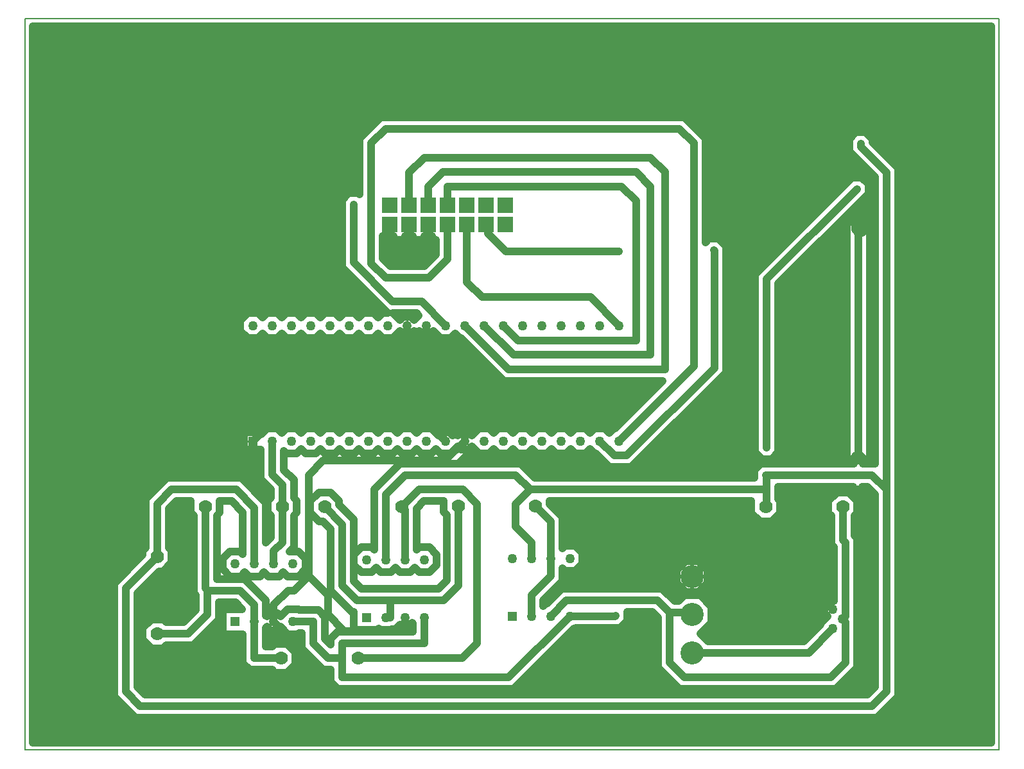
<source format=gbr>
G04 PROTEUS GERBER X2 FILE*
%TF.GenerationSoftware,Labcenter,Proteus,8.8-SP1-Build27031*%
%TF.CreationDate,2019-05-18T07:00:24+00:00*%
%TF.FileFunction,Copper,L2,Bot*%
%TF.FilePolarity,Positive*%
%TF.Part,Single*%
%TF.SameCoordinates,{a8659aba-65a4-4c0a-9c60-288927405768}*%
%FSLAX45Y45*%
%MOMM*%
G01*
%TA.AperFunction,Conductor*%
%ADD10C,1.016000*%
%TA.AperFunction,ViaPad*%
%ADD11C,0.762000*%
%TA.AperFunction,Conductor*%
%ADD12C,0.254000*%
%TA.AperFunction,ComponentPad*%
%ADD14R,1.270000X1.270000*%
%ADD15C,1.270000*%
%TA.AperFunction,ComponentPad*%
%ADD16R,2.032000X2.032000*%
%TA.AperFunction,ComponentPad*%
%ADD17C,3.048000*%
%TA.AperFunction,ComponentPad*%
%ADD18C,1.778000*%
%TA.AperFunction,Profile*%
%ADD19C,0.203200*%
%TD.AperFunction*%
G36*
X+7160940Y-8290940D02*
X-5480940Y-8290940D01*
X-5480940Y+1160940D01*
X+7160940Y+1160940D01*
X+7160940Y-8290940D01*
G37*
%LPC*%
G36*
X+3155762Y-82738D02*
X+3390899Y-317875D01*
X+3390899Y-1690155D01*
X+3436964Y-1644090D01*
X+3563216Y-1644090D01*
X+3660527Y-1741401D01*
X+3660527Y-3410940D01*
X+2413784Y-4657683D01*
X+2125159Y-4657683D01*
X+1945575Y-4478099D01*
X+1927614Y-4478099D01*
X+1869000Y-4419485D01*
X+1810386Y-4478099D01*
X+1673614Y-4478099D01*
X+1615000Y-4419485D01*
X+1556386Y-4478099D01*
X+1419614Y-4478099D01*
X+1361000Y-4419485D01*
X+1302386Y-4478099D01*
X+1165614Y-4478099D01*
X+1107000Y-4419485D01*
X+1048386Y-4478099D01*
X+911614Y-4478099D01*
X+853000Y-4419485D01*
X+794386Y-4478099D01*
X+657614Y-4478099D01*
X+599000Y-4419485D01*
X+540386Y-4478099D01*
X+403614Y-4478099D01*
X+309079Y-4383564D01*
X+265344Y-4427299D01*
X+170656Y-4427299D01*
X+126921Y-4383564D01*
X+32386Y-4478099D01*
X-104386Y-4478099D01*
X-163000Y-4419485D01*
X-221614Y-4478099D01*
X-358386Y-4478099D01*
X-417000Y-4419485D01*
X-475614Y-4478099D01*
X-612386Y-4478099D01*
X-671000Y-4419485D01*
X-729614Y-4478099D01*
X-866386Y-4478099D01*
X-925000Y-4419485D01*
X-983614Y-4478099D01*
X-1120386Y-4478099D01*
X-1179000Y-4419485D01*
X-1237614Y-4478099D01*
X-1374386Y-4478099D01*
X-1433000Y-4419485D01*
X-1491614Y-4478099D01*
X-1628386Y-4478099D01*
X-1687000Y-4419485D01*
X-1745614Y-4478099D01*
X-1882386Y-4478099D01*
X-1941000Y-4419485D01*
X-1999614Y-4478099D01*
X-2136386Y-4478099D01*
X-2169601Y-4444884D01*
X-2169601Y-4692375D01*
X-2035601Y-4826375D01*
X-2035601Y-5060993D01*
X-1997501Y-5099093D01*
X-1997501Y-5256907D01*
X-2035601Y-5295007D01*
X-2035601Y-5714625D01*
X-2089877Y-5768901D01*
X-1978614Y-5768901D01*
X-1881901Y-5865614D01*
X-1881901Y-6002386D01*
X-1978614Y-6099099D01*
X-2115386Y-6099099D01*
X-2174000Y-6040485D01*
X-2232614Y-6099099D01*
X-2369386Y-6099099D01*
X-2428000Y-6040485D01*
X-2486614Y-6099099D01*
X-2623386Y-6099099D01*
X-2682000Y-6040485D01*
X-2740614Y-6099099D01*
X-2877386Y-6099099D01*
X-2974099Y-6002386D01*
X-2974099Y-5865614D01*
X-2877386Y-5768901D01*
X-2740614Y-5768901D01*
X-2707399Y-5802116D01*
X-2707399Y-5255125D01*
X-2857125Y-5105399D01*
X-3013501Y-5105399D01*
X-3013501Y-5256907D01*
X-3051601Y-5295007D01*
X-3051601Y-6134101D01*
X-2682375Y-6134101D01*
X-2402601Y-6413875D01*
X-2402601Y-6614914D01*
X-2392079Y-6625436D01*
X-2348344Y-6581701D01*
X-2253656Y-6581701D01*
X-2209921Y-6625436D01*
X-2115386Y-6530901D01*
X-1978614Y-6530901D01*
X-1965914Y-6543601D01*
X-1714875Y-6543601D01*
X-1625601Y-6632875D01*
X-1625601Y-6921875D01*
X-1549399Y-6998077D01*
X-1549399Y-6921875D01*
X-1460125Y-6832601D01*
X-469399Y-6832601D01*
X-469399Y-6723086D01*
X-479921Y-6712564D01*
X-523656Y-6756299D01*
X-618344Y-6756299D01*
X-639560Y-6735084D01*
X-698875Y-6794399D01*
X-743914Y-6794399D01*
X-756614Y-6807099D01*
X-893386Y-6807099D01*
X-913901Y-6786584D01*
X-913901Y-6807099D01*
X-1244099Y-6807099D01*
X-1244099Y-6565899D01*
X-1269625Y-6565899D01*
X-1549399Y-6286125D01*
X-1549399Y-5475125D01*
X-1654025Y-5370499D01*
X-1707907Y-5370499D01*
X-1819499Y-5258907D01*
X-1819499Y-5101093D01*
X-1707907Y-4989501D01*
X-1550093Y-4989501D01*
X-1438501Y-5101093D01*
X-1438501Y-5154975D01*
X-1244601Y-5348875D01*
X-1244601Y-6159875D01*
X-1143375Y-6261101D01*
X-126625Y-6261101D01*
X-21399Y-6155875D01*
X-21399Y-5289007D01*
X-59499Y-5250907D01*
X-59499Y-5105399D01*
X-322875Y-5105399D01*
X-418601Y-5201125D01*
X-418601Y-5748116D01*
X-385386Y-5714901D01*
X-248614Y-5714901D01*
X-151901Y-5811614D01*
X-151901Y-5948386D01*
X-248614Y-6045099D01*
X-385386Y-6045099D01*
X-444000Y-5986485D01*
X-502614Y-6045099D01*
X-639386Y-6045099D01*
X-698000Y-5986485D01*
X-756614Y-6045099D01*
X-893386Y-6045099D01*
X-952000Y-5986485D01*
X-1010614Y-6045099D01*
X-1147386Y-6045099D01*
X-1244099Y-5948386D01*
X-1244099Y-5811614D01*
X-1147386Y-5714901D01*
X-1010614Y-5714901D01*
X-977399Y-5748116D01*
X-977399Y-4952875D01*
X-634625Y-4610101D01*
X+952125Y-4610101D01*
X+1142625Y-4800601D01*
X+4035601Y-4800601D01*
X+4035601Y-4699374D01*
X+4124874Y-4610101D01*
X+5348607Y-4610101D01*
X+5337027Y-4598521D01*
X+5337027Y-4540655D01*
X+5377944Y-4499738D01*
X+5435810Y-4499738D01*
X+5476727Y-4540655D01*
X+5476727Y-4598521D01*
X+5465147Y-4610101D01*
X+5626101Y-4610101D01*
X+5626101Y-830841D01*
X+5287601Y-492341D01*
X+5287601Y-326874D01*
X+5376874Y-237601D01*
X+5503126Y-237601D01*
X+5592399Y-326874D01*
X+5592399Y-366091D01*
X+5930899Y-704591D01*
X+5930899Y-7683125D01*
X+5651125Y-7962899D01*
X-4127125Y-7962899D01*
X-4406899Y-7683125D01*
X-4406899Y-6193375D01*
X-4028499Y-5814975D01*
X-4028499Y-5761093D01*
X-3990399Y-5722993D01*
X-3990399Y-5080375D01*
X-3710625Y-4800601D01*
X-2730875Y-4800601D01*
X-2402601Y-5128875D01*
X-2402601Y-5650577D01*
X-2340399Y-5588375D01*
X-2340399Y-5295007D01*
X-2378499Y-5256907D01*
X-2378499Y-5099093D01*
X-2340399Y-5060993D01*
X-2340399Y-4952625D01*
X-2474399Y-4818625D01*
X-2474399Y-4478099D01*
X-2741099Y-4478099D01*
X-2741099Y-4147901D01*
X-2626425Y-4147901D01*
X-2263125Y-3784601D01*
X-696399Y-3784601D01*
X-696399Y-2920884D01*
X-729614Y-2954099D01*
X-866386Y-2954099D01*
X-925000Y-2895485D01*
X-983614Y-2954099D01*
X-1120386Y-2954099D01*
X-1179000Y-2895485D01*
X-1237614Y-2954099D01*
X-1374386Y-2954099D01*
X-1433000Y-2895485D01*
X-1491614Y-2954099D01*
X-1628386Y-2954099D01*
X-1687000Y-2895485D01*
X-1745614Y-2954099D01*
X-1882386Y-2954099D01*
X-1941000Y-2895485D01*
X-1999614Y-2954099D01*
X-2136386Y-2954099D01*
X-2195000Y-2895485D01*
X-2253614Y-2954099D01*
X-2390386Y-2954099D01*
X-2449000Y-2895485D01*
X-2507614Y-2954099D01*
X-2644386Y-2954099D01*
X-2741099Y-2857386D01*
X-2741099Y-2720614D01*
X-2644386Y-2623901D01*
X-2507614Y-2623901D01*
X-2449000Y-2682515D01*
X-2390386Y-2623901D01*
X-2253614Y-2623901D01*
X-2195000Y-2682515D01*
X-2136386Y-2623901D01*
X-1999614Y-2623901D01*
X-1941000Y-2682515D01*
X-1882386Y-2623901D01*
X-1745614Y-2623901D01*
X-1687000Y-2682515D01*
X-1628386Y-2623901D01*
X-1491614Y-2623901D01*
X-1433000Y-2682515D01*
X-1374386Y-2623901D01*
X-1237614Y-2623901D01*
X-1179000Y-2682515D01*
X-1120386Y-2623901D01*
X-983614Y-2623901D01*
X-925000Y-2682515D01*
X-866386Y-2623901D01*
X-799221Y-2623901D01*
X-1402751Y-2020371D01*
X-1402751Y-1130514D01*
X-1313478Y-1041241D01*
X-1187226Y-1041241D01*
X-1168399Y-1060068D01*
X-1168399Y-317875D01*
X-888625Y-38101D01*
X+3111125Y-38101D01*
X+3155762Y-82738D01*
G37*
G36*
X+5541412Y-921526D02*
X+5541412Y-1047778D01*
X+4352399Y-2236791D01*
X+4352399Y-4463126D01*
X+4263126Y-4552399D01*
X+4136874Y-4552399D01*
X+4047601Y-4463126D01*
X+4047601Y-2110541D01*
X+5325888Y-832254D01*
X+5452140Y-832254D01*
X+5541412Y-921526D01*
G37*
G36*
X+5362034Y-1523997D02*
X+5362034Y-1466131D01*
X+5402951Y-1425214D01*
X+5460817Y-1425214D01*
X+5501734Y-1466131D01*
X+5501734Y-1523997D01*
X+5460817Y-1564914D01*
X+5402951Y-1564914D01*
X+5362034Y-1523997D01*
G37*
%LPD*%
G36*
X+7160940Y-8290940D02*
X-5480940Y-8290940D01*
X-5480940Y+1160940D01*
X+7160940Y+1160940D01*
X+7160940Y-8290940D01*
G37*
%LPC*%
G36*
X+3155762Y-82738D02*
X+3390899Y-317875D01*
X+3390899Y-1690155D01*
X+3436964Y-1644090D01*
X+3563216Y-1644090D01*
X+3660527Y-1741401D01*
X+3660527Y-3410940D01*
X+2413784Y-4657683D01*
X+2125159Y-4657683D01*
X+1945575Y-4478099D01*
X+1927614Y-4478099D01*
X+1869000Y-4419485D01*
X+1810386Y-4478099D01*
X+1673614Y-4478099D01*
X+1615000Y-4419485D01*
X+1556386Y-4478099D01*
X+1419614Y-4478099D01*
X+1361000Y-4419485D01*
X+1302386Y-4478099D01*
X+1165614Y-4478099D01*
X+1107000Y-4419485D01*
X+1048386Y-4478099D01*
X+911614Y-4478099D01*
X+853000Y-4419485D01*
X+794386Y-4478099D01*
X+657614Y-4478099D01*
X+599000Y-4419485D01*
X+540386Y-4478099D01*
X+403614Y-4478099D01*
X+345000Y-4419485D01*
X+286386Y-4478099D01*
X+268425Y-4478099D01*
X+136423Y-4610101D01*
X+952125Y-4610101D01*
X+1142625Y-4800601D01*
X+4035601Y-4800601D01*
X+4035601Y-4699374D01*
X+4124874Y-4610101D01*
X+5254478Y-4610101D01*
X+5254478Y-1456946D01*
X+5368758Y-1342666D01*
X+5495010Y-1342666D01*
X+5584282Y-1431938D01*
X+5584282Y-1558190D01*
X+5559276Y-1583196D01*
X+5559276Y-4610101D01*
X+5626101Y-4610101D01*
X+5626101Y-830841D01*
X+5287601Y-492341D01*
X+5287601Y-326874D01*
X+5376874Y-237601D01*
X+5503126Y-237601D01*
X+5592399Y-326874D01*
X+5592399Y-366091D01*
X+5930899Y-704591D01*
X+5930899Y-7683125D01*
X+5651125Y-7962899D01*
X-4127125Y-7962899D01*
X-4406899Y-7683125D01*
X-4406899Y-6193375D01*
X-4028499Y-5814975D01*
X-4028499Y-5761093D01*
X-3990399Y-5722993D01*
X-3990399Y-5080375D01*
X-3710625Y-4800601D01*
X-2730875Y-4800601D01*
X-2402601Y-5128875D01*
X-2402601Y-5650577D01*
X-2340399Y-5588375D01*
X-2340399Y-5295007D01*
X-2378499Y-5256907D01*
X-2378499Y-5099093D01*
X-2340399Y-5060993D01*
X-2340399Y-4952625D01*
X-2474399Y-4818625D01*
X-2474399Y-4427299D01*
X-2690299Y-4427299D01*
X-2690299Y-4198701D01*
X-2461701Y-4198701D01*
X-2461701Y-4219216D01*
X-2390386Y-4147901D01*
X-2253614Y-4147901D01*
X-2195000Y-4206515D01*
X-2136386Y-4147901D01*
X-1999614Y-4147901D01*
X-1941000Y-4206515D01*
X-1882386Y-4147901D01*
X-1745614Y-4147901D01*
X-1687000Y-4206515D01*
X-1628386Y-4147901D01*
X-1491614Y-4147901D01*
X-1433000Y-4206515D01*
X-1374386Y-4147901D01*
X-1237614Y-4147901D01*
X-1179000Y-4206515D01*
X-1120386Y-4147901D01*
X-983614Y-4147901D01*
X-925000Y-4206515D01*
X-866386Y-4147901D01*
X-729614Y-4147901D01*
X-671000Y-4206515D01*
X-612386Y-4147901D01*
X-475614Y-4147901D01*
X-417000Y-4206515D01*
X-358386Y-4147901D01*
X-221614Y-4147901D01*
X-127079Y-4242436D01*
X-83344Y-4198701D01*
X+11344Y-4198701D01*
X+55079Y-4242436D01*
X+65601Y-4231914D01*
X+65601Y-3873125D01*
X-442399Y-3365125D01*
X-442399Y-2870086D01*
X-452921Y-2859564D01*
X-496656Y-2903299D01*
X-591344Y-2903299D01*
X-635079Y-2859564D01*
X-729614Y-2954099D01*
X-866386Y-2954099D01*
X-925000Y-2895485D01*
X-983614Y-2954099D01*
X-1120386Y-2954099D01*
X-1179000Y-2895485D01*
X-1237614Y-2954099D01*
X-1374386Y-2954099D01*
X-1433000Y-2895485D01*
X-1491614Y-2954099D01*
X-1628386Y-2954099D01*
X-1687000Y-2895485D01*
X-1745614Y-2954099D01*
X-1882386Y-2954099D01*
X-1941000Y-2895485D01*
X-1999614Y-2954099D01*
X-2136386Y-2954099D01*
X-2195000Y-2895485D01*
X-2253614Y-2954099D01*
X-2390386Y-2954099D01*
X-2449000Y-2895485D01*
X-2507614Y-2954099D01*
X-2644386Y-2954099D01*
X-2741099Y-2857386D01*
X-2741099Y-2720614D01*
X-2644386Y-2623901D01*
X-2507614Y-2623901D01*
X-2449000Y-2682515D01*
X-2390386Y-2623901D01*
X-2253614Y-2623901D01*
X-2195000Y-2682515D01*
X-2136386Y-2623901D01*
X-1999614Y-2623901D01*
X-1941000Y-2682515D01*
X-1882386Y-2623901D01*
X-1745614Y-2623901D01*
X-1687000Y-2682515D01*
X-1628386Y-2623901D01*
X-1491614Y-2623901D01*
X-1433000Y-2682515D01*
X-1374386Y-2623901D01*
X-1237614Y-2623901D01*
X-1179000Y-2682515D01*
X-1120386Y-2623901D01*
X-983614Y-2623901D01*
X-925000Y-2682515D01*
X-866386Y-2623901D01*
X-799221Y-2623901D01*
X-1402751Y-2020371D01*
X-1402751Y-1130514D01*
X-1313478Y-1041241D01*
X-1187226Y-1041241D01*
X-1168399Y-1060068D01*
X-1168399Y-317875D01*
X-888625Y-38101D01*
X+3111125Y-38101D01*
X+3155762Y-82738D01*
G37*
G36*
X+5541412Y-921526D02*
X+5541412Y-1047778D01*
X+4352399Y-2236791D01*
X+4352399Y-4463126D01*
X+4263126Y-4552399D01*
X+4136874Y-4552399D01*
X+4047601Y-4463126D01*
X+4047601Y-2110541D01*
X+5325888Y-832254D01*
X+5452140Y-832254D01*
X+5541412Y-921526D01*
G37*
%LPD*%
G36*
X-212199Y-1658199D02*
X-161399Y-1658199D01*
X-161399Y-1850875D01*
X-317125Y-2006601D01*
X-762375Y-2006601D01*
X-863601Y-1905375D01*
X-863601Y-1607399D01*
X-720199Y-1607399D01*
X-720199Y-1658199D01*
X-313801Y-1658199D01*
X-313801Y-1607399D01*
X-212199Y-1607399D01*
X-212199Y-1658199D01*
G37*
G36*
X-104386Y-2954099D02*
X+32386Y-2954099D01*
X+91000Y-2895485D01*
X+149614Y-2954099D01*
X+167575Y-2954099D01*
X+731375Y-3517899D01*
X+2829577Y-3517899D01*
X+2199575Y-4147901D01*
X+2181614Y-4147901D01*
X+2123000Y-4206515D01*
X+2064386Y-4147901D01*
X+1927614Y-4147901D01*
X+1869000Y-4206515D01*
X+1810386Y-4147901D01*
X+1673614Y-4147901D01*
X+1615000Y-4206515D01*
X+1556386Y-4147901D01*
X+1419614Y-4147901D01*
X+1361000Y-4206515D01*
X+1302386Y-4147901D01*
X+1165614Y-4147901D01*
X+1107000Y-4206515D01*
X+1048386Y-4147901D01*
X+911614Y-4147901D01*
X+853000Y-4206515D01*
X+794386Y-4147901D01*
X+657614Y-4147901D01*
X+599000Y-4206515D01*
X+540386Y-4147901D01*
X+403614Y-4147901D01*
X+309079Y-4242436D01*
X+265344Y-4198701D01*
X+170656Y-4198701D01*
X+126921Y-4242436D01*
X+32386Y-4147901D01*
X+14425Y-4147901D01*
X-348875Y-3784601D01*
X-391601Y-3784601D01*
X-391601Y-2870086D01*
X-381079Y-2859564D01*
X-337344Y-2903299D01*
X-242656Y-2903299D01*
X-198921Y-2859564D01*
X-104386Y-2954099D01*
G37*
G36*
X+5626101Y-5016125D02*
X+5626101Y-7556875D01*
X+5524875Y-7658101D01*
X-4000875Y-7658101D01*
X-4102101Y-7556875D01*
X-4102101Y-6319625D01*
X-3812975Y-6030499D01*
X-3759093Y-6030499D01*
X-3647501Y-5918907D01*
X-3647501Y-5761093D01*
X-3685601Y-5722993D01*
X-3685601Y-5206625D01*
X-3584375Y-5105399D01*
X-3394499Y-5105399D01*
X-3394499Y-5256907D01*
X-3356399Y-5295007D01*
X-3356399Y-6320625D01*
X-3327399Y-6349625D01*
X-3327399Y-6540875D01*
X-3490125Y-6703601D01*
X-3720993Y-6703601D01*
X-3759093Y-6665501D01*
X-3916907Y-6665501D01*
X-4028499Y-6777093D01*
X-4028499Y-6934907D01*
X-3916907Y-7046499D01*
X-3759093Y-7046499D01*
X-3720993Y-7008399D01*
X-3363875Y-7008399D01*
X-3022601Y-6667125D01*
X-3022601Y-6438899D01*
X-2808625Y-6438899D01*
X-2716623Y-6530901D01*
X-2974099Y-6530901D01*
X-2974099Y-6861099D01*
X-2707399Y-6861099D01*
X-2707399Y-7243125D01*
X-2618125Y-7332399D01*
X-2324007Y-7332399D01*
X-2285907Y-7370499D01*
X-2128093Y-7370499D01*
X-2016501Y-7258907D01*
X-2016501Y-7101093D01*
X-2128093Y-6989501D01*
X-2285907Y-6989501D01*
X-2324007Y-7027601D01*
X-2402601Y-7027601D01*
X-2402601Y-6777086D01*
X-2392079Y-6766564D01*
X-2348344Y-6810299D01*
X-2253656Y-6810299D01*
X-2209921Y-6766564D01*
X-2115386Y-6861099D01*
X-1978614Y-6861099D01*
X-1965914Y-6848399D01*
X-1930399Y-6848399D01*
X-1930399Y-7048125D01*
X-1650625Y-7327899D01*
X-1549399Y-7327899D01*
X-1549399Y-7492625D01*
X-1460125Y-7581899D01*
X+859625Y-7581899D01*
X+1653425Y-6788099D01*
X+1671386Y-6788099D01*
X+1684086Y-6775399D01*
X+2265373Y-6775399D01*
X+2358374Y-6682398D01*
X+2358374Y-6565899D01*
X+2692775Y-6565899D01*
X+2768601Y-6641726D01*
X+2768601Y-7302125D01*
X+3048375Y-7581899D01*
X+5108725Y-7581899D01*
X+5388499Y-7302125D01*
X+5388499Y-5588375D01*
X+5356399Y-5556275D01*
X+5356399Y-5300007D01*
X+5394499Y-5261907D01*
X+5394499Y-5104093D01*
X+5282907Y-4992501D01*
X+5125093Y-4992501D01*
X+5013501Y-5104093D01*
X+5013501Y-5261907D01*
X+5051601Y-5300007D01*
X+5051601Y-5682525D01*
X+5083701Y-5714625D01*
X+5083701Y-6419701D01*
X+5023656Y-6419701D01*
X+4956701Y-6486656D01*
X+4956701Y-6581344D01*
X+5000436Y-6625079D01*
X+4905901Y-6719614D01*
X+4905901Y-6737575D01*
X+4690115Y-6953361D01*
X+3424810Y-6953361D01*
X+3327019Y-6855570D01*
X+3471999Y-6710590D01*
X+3471999Y-6500170D01*
X+3323210Y-6351381D01*
X+3112790Y-6351381D01*
X+3037970Y-6426201D01*
X+2984125Y-6426201D01*
X+2819025Y-6261101D01*
X+1495375Y-6261101D01*
X+1298575Y-6457901D01*
X+1280614Y-6457901D01*
X+1247399Y-6491116D01*
X+1247399Y-6413125D01*
X+1501399Y-6159125D01*
X+1501399Y-5992884D01*
X+1534614Y-6026099D01*
X+1671386Y-6026099D01*
X+1768099Y-5929386D01*
X+1768099Y-5792614D01*
X+1671386Y-5695901D01*
X+1534614Y-5695901D01*
X+1501399Y-5729116D01*
X+1501399Y-5310875D01*
X+1337499Y-5146975D01*
X+1337499Y-5105399D01*
X+3997501Y-5105399D01*
X+3997501Y-5261907D01*
X+4109093Y-5373499D01*
X+4266907Y-5373499D01*
X+4378499Y-5261907D01*
X+4378499Y-5104093D01*
X+4352399Y-5077993D01*
X+4352399Y-4914899D01*
X+5336818Y-4914899D01*
X+5327650Y-4924067D01*
X+5327650Y-4981933D01*
X+5368567Y-5022850D01*
X+5426433Y-5022850D01*
X+5467350Y-4981933D01*
X+5467350Y-4924067D01*
X+5458182Y-4914899D01*
X+5524875Y-4914899D01*
X+5626101Y-5016125D01*
G37*
%LPC*%
G36*
X+3133832Y-5901801D02*
X+3302168Y-5901801D01*
X+3421199Y-6020832D01*
X+3421199Y-6189168D01*
X+3302168Y-6308199D01*
X+3133832Y-6308199D01*
X+3014801Y-6189168D01*
X+3014801Y-6020832D01*
X+3133832Y-5901801D01*
G37*
%LPD*%
G36*
X-466199Y-1625601D02*
X-567801Y-1625601D01*
X-567801Y-1607399D01*
X-466199Y-1607399D01*
X-466199Y-1625601D01*
G37*
G36*
X-387504Y-2653020D02*
X-452921Y-2718436D01*
X-496656Y-2674701D01*
X-591344Y-2674701D01*
X-635079Y-2718436D01*
X-729439Y-2624076D01*
X-416448Y-2624076D01*
X-387504Y-2653020D01*
G37*
D10*
X-263000Y-1201000D02*
X-263000Y-952500D01*
X-72500Y-762000D01*
X+2476500Y-762000D01*
X+2667000Y-952500D01*
X+2667000Y-3175000D01*
X+858000Y-3175000D01*
X+472000Y-2789000D01*
X+218000Y-2789000D02*
X+794500Y-3365500D01*
X+2857500Y-3365500D01*
X+2857500Y-762000D01*
X+2667000Y-571500D01*
X-317500Y-571500D01*
X-517000Y-771000D01*
X-517000Y-1201000D01*
X+2250000Y-2789000D02*
X+1874000Y-2413000D01*
X+444500Y-2413000D01*
X+245000Y-2213500D01*
X+245000Y-1455000D01*
X+2250000Y-4313000D02*
X+3238500Y-3324500D01*
X+3238500Y-381000D01*
X+3048000Y-190500D01*
X-825500Y-190500D01*
X-1016000Y-381000D01*
X-1016000Y-1968500D01*
X-825500Y-2159000D01*
X-254000Y-2159000D01*
X-9000Y-1914000D01*
X-9000Y-1455000D01*
X-9000Y-1201000D02*
X-9000Y-952500D01*
X+2286000Y-952500D01*
X+2476500Y-1143000D01*
X+2476500Y-2984500D01*
X+921500Y-2984500D01*
X+726000Y-2789000D01*
X-2188000Y-5178000D02*
X-2188000Y-4889500D01*
X-2322000Y-4755500D01*
X-2322000Y-4313000D01*
X-2188000Y-5178000D02*
X-2188000Y-5651500D01*
X-2301000Y-5764500D01*
X-2301000Y-5934000D01*
X+1079500Y-4953000D02*
X+889000Y-4762500D01*
X-571500Y-4762500D01*
X-825000Y-5016000D01*
X-825000Y-5880000D01*
X+1079500Y-4953000D02*
X+889000Y-5143500D01*
X+889000Y-5445500D01*
X+1095000Y-5651500D01*
X+1095000Y-5861000D01*
X-3838000Y-5840000D02*
X-3838000Y-5143500D01*
X-3647500Y-4953000D01*
X-2794000Y-4953000D01*
X-2555000Y-5192000D01*
X-2555000Y-5934000D01*
X+4200000Y-4953000D02*
X+1079500Y-4953000D01*
X+4200000Y-4953000D02*
X+4200000Y-5183000D01*
X+4188000Y-5183000D01*
X+4200000Y-4762500D02*
X+4200000Y-4953000D01*
X+4200000Y-4762500D02*
X+4188000Y-4762500D01*
X+2921000Y-6578600D02*
X+2755900Y-6413500D01*
X+1558500Y-6413500D01*
X+1349000Y-6623000D01*
X+5198000Y-6661000D02*
X+5236100Y-6699100D01*
X+5236100Y-7239000D01*
X+5045600Y-7429500D01*
X+3111500Y-7429500D01*
X+2921000Y-7239000D01*
X+2921000Y-6578600D01*
X+3111500Y-6578600D02*
X+2921000Y-6578600D01*
X+5198000Y-6661000D02*
X+5236100Y-6622900D01*
X+5236100Y-5651500D01*
X+5204000Y-5619400D01*
X+5204000Y-5183000D01*
X+3111500Y-6578600D02*
X+3218000Y-6578600D01*
X+3218000Y-6605380D01*
X+1349000Y-5861000D02*
X+1349000Y-6096000D01*
X+1095000Y-6350000D01*
X+1095000Y-6623000D01*
X+1349000Y-5861000D02*
X+1349000Y-5374000D01*
X+1147000Y-5172000D01*
X-762000Y-6413500D02*
X-63500Y-6413500D01*
X+131000Y-6219000D01*
X+131000Y-5172000D01*
X-762000Y-6413500D02*
X-1206500Y-6413500D01*
X-1397000Y-6223000D01*
X-1397000Y-5412000D01*
X-1629000Y-5180000D01*
X-762000Y-6604000D02*
X-762000Y-6413500D01*
X-762000Y-6604000D02*
X-762000Y-6642000D01*
X-825000Y-6642000D01*
X-613000Y-5180000D02*
X-386000Y-4953000D01*
X+190500Y-4953000D01*
X+381000Y-5143500D01*
X+381000Y-6985000D01*
X+186000Y-7180000D01*
X-1191000Y-7180000D01*
X-613000Y-5180000D02*
X-571000Y-5222000D01*
X-571000Y-5880000D01*
X-3175000Y-6286500D02*
X-3175000Y-6604000D01*
X-3427000Y-6856000D01*
X-3838000Y-6856000D01*
X-2555000Y-6696000D02*
X-2555000Y-7180000D01*
X-2207000Y-7180000D01*
X-2555000Y-6696000D02*
X-2555000Y-6477000D01*
X-2745500Y-6286500D01*
X-3175000Y-6286500D01*
X-3204000Y-6257500D01*
X-3204000Y-5178000D01*
X+3218000Y-7105760D02*
X+4753240Y-7105760D01*
X+5071000Y-6788000D01*
X-1397000Y-7175500D02*
X-1397000Y-7429500D01*
X+796500Y-7429500D01*
X+1603000Y-6623000D01*
X-1397000Y-7175500D02*
X-1397000Y-6985000D01*
X-317000Y-6985000D01*
X-317000Y-6642000D01*
X-1397000Y-7175500D02*
X-1587500Y-7175500D01*
X-1778000Y-6985000D01*
X-1778000Y-6696000D01*
X-2047000Y-6696000D01*
X+218000Y-4313000D02*
X+218000Y-3810000D01*
X-290000Y-3302000D01*
X-290000Y-2789000D01*
X-317500Y-1778000D02*
X-771000Y-1778000D01*
X-771000Y-1455000D01*
X-317500Y-1778000D02*
X-263000Y-1723500D01*
X-263000Y-1455000D01*
X+218000Y-4313000D02*
X-41000Y-4572000D01*
X-1651000Y-4572000D01*
X-1841500Y-4762500D01*
X-1841500Y-6096000D01*
X+4381500Y-5651500D02*
X+4381500Y-5844500D01*
X+5071000Y-6534000D01*
X-1841500Y-6096000D02*
X-1587500Y-6350000D01*
X-1587500Y-6604000D01*
X-1371650Y-6819850D01*
X-634500Y-6819850D01*
X-571000Y-6756350D01*
X-571000Y-6642000D01*
X+4381500Y-5651500D02*
X+3671500Y-5651500D01*
X+3218000Y-6105000D01*
X-2301000Y-6696000D02*
X-2301000Y-6477000D01*
X-2110500Y-6286500D01*
X-2032000Y-6286500D01*
X-1841500Y-6096000D01*
X-544000Y-2789000D02*
X-544000Y-3909500D01*
X-571500Y-3937000D01*
X-544000Y-3937000D02*
X-412000Y-3937000D01*
X-36000Y-4313000D01*
X-571500Y-3937000D02*
X-2200000Y-3937000D01*
X-2576000Y-4313000D01*
X-571500Y-3937000D02*
X-544000Y-3937000D01*
X-1250352Y-1193640D02*
X-1250352Y-1957246D01*
X-735921Y-2471677D01*
X-607314Y-2471677D01*
X-353323Y-2471677D01*
X-36000Y-2789000D01*
X+1996000Y-4313000D02*
X+2188284Y-4505284D01*
X+2350659Y-4505284D01*
X+3508128Y-3347815D01*
X+3508128Y-1804526D01*
X+3500090Y-1796488D01*
X+2246166Y-1812564D02*
X+759142Y-1812564D01*
X+520000Y-1573422D01*
X+520000Y-1556600D01*
X+499000Y-1455000D01*
X-2301000Y-6696000D02*
X-1968500Y-7028500D01*
X-1968500Y-7429500D01*
X-1778000Y-7620000D01*
X+5207000Y-7620000D01*
X+5397500Y-7429500D01*
X+5397500Y-4953000D01*
X+4572000Y-4953000D01*
X+4381500Y-5143500D01*
X+4381500Y-5651500D01*
X+5406877Y-4569588D02*
X+5406877Y-1520071D01*
X+5431884Y-1495064D01*
X+1603000Y-6623000D02*
X+2202248Y-6623000D01*
X+2205976Y-6619272D01*
X+4200000Y-4400000D02*
X+4200000Y-2173666D01*
X+5389014Y-984652D01*
X-3838000Y-5840000D02*
X-4254500Y-6256500D01*
X-4254500Y-7620000D01*
X-4064000Y-7810500D01*
X+5588000Y-7810500D01*
X+5778500Y-7620000D01*
X+5778500Y-4953000D01*
X+5588000Y-4762500D01*
X+4200000Y-4762500D01*
X+5778500Y-4953000D02*
X+5778500Y-767716D01*
X+5440000Y-429216D01*
X+5440000Y-390000D01*
D11*
X-1250352Y-1193640D03*
X+3500090Y-1796488D03*
X+2246166Y-1812564D03*
X+5397500Y-4953000D03*
X+5406877Y-4569588D03*
X+2205976Y-6619272D03*
X+4200000Y-4400000D03*
X+5389014Y-984652D03*
X+5431884Y-1495064D03*
X+5440000Y-390000D03*
D10*
X+7160940Y-8290940D02*
X-5480940Y-8290940D01*
X-5480940Y+1160940D01*
X+7160940Y+1160940D01*
X+7160940Y-8290940D01*
X+3155762Y-82738D02*
X+3390899Y-317875D01*
X+3390899Y-1690155D01*
X+3436964Y-1644090D01*
X+3563216Y-1644090D01*
X+3660527Y-1741401D01*
X+3660527Y-3410940D01*
X+2413784Y-4657683D01*
X+2125159Y-4657683D01*
X+1945575Y-4478099D01*
X+1927614Y-4478099D01*
X+1869000Y-4419485D01*
X+1810386Y-4478099D01*
X+1673614Y-4478099D01*
X+1615000Y-4419485D01*
X+1556386Y-4478099D01*
X+1419614Y-4478099D01*
X+1361000Y-4419485D01*
X+1302386Y-4478099D01*
X+1165614Y-4478099D01*
X+1107000Y-4419485D01*
X+1048386Y-4478099D01*
X+911614Y-4478099D01*
X+853000Y-4419485D01*
X+794386Y-4478099D01*
X+657614Y-4478099D01*
X+599000Y-4419485D01*
X+540386Y-4478099D01*
X+403614Y-4478099D01*
X+309079Y-4383564D01*
X+265344Y-4427299D01*
X+170656Y-4427299D01*
X+126921Y-4383564D01*
X+32386Y-4478099D01*
X-104386Y-4478099D01*
X-163000Y-4419485D01*
X-221614Y-4478099D01*
X-358386Y-4478099D01*
X-417000Y-4419485D01*
X-475614Y-4478099D01*
X-612386Y-4478099D01*
X-671000Y-4419485D01*
X-729614Y-4478099D01*
X-866386Y-4478099D01*
X-925000Y-4419485D01*
X-983614Y-4478099D01*
X-1120386Y-4478099D01*
X-1179000Y-4419485D01*
X-1237614Y-4478099D01*
X-1374386Y-4478099D01*
X-1433000Y-4419485D01*
X-1491614Y-4478099D01*
X-1628386Y-4478099D01*
X-1687000Y-4419485D01*
X-1745614Y-4478099D01*
X-1882386Y-4478099D01*
X-1941000Y-4419485D01*
X-1999614Y-4478099D01*
X-2136386Y-4478099D01*
X-2169601Y-4444884D01*
X-2169601Y-4692375D01*
X-2035601Y-4826375D01*
X-2035601Y-5060993D01*
X-1997501Y-5099093D01*
X-1997501Y-5256907D01*
X-2035601Y-5295007D01*
X-2035601Y-5714625D01*
X-2089877Y-5768901D01*
X-1978614Y-5768901D01*
X-1881901Y-5865614D01*
X-1881901Y-6002386D01*
X-1978614Y-6099099D01*
X-2115386Y-6099099D01*
X-2174000Y-6040485D01*
X-2232614Y-6099099D01*
X-2369386Y-6099099D01*
X-2428000Y-6040485D01*
X-2486614Y-6099099D01*
X-2623386Y-6099099D01*
X-2682000Y-6040485D01*
X-2740614Y-6099099D01*
X-2877386Y-6099099D01*
X-2974099Y-6002386D01*
X-2974099Y-5865614D01*
X-2877386Y-5768901D01*
X-2740614Y-5768901D01*
X-2707399Y-5802116D01*
X-2707399Y-5255125D01*
X-2857125Y-5105399D01*
X-3013501Y-5105399D01*
X-3013501Y-5256907D01*
X-3051601Y-5295007D01*
X-3051601Y-6134101D01*
X-2682375Y-6134101D01*
X-2402601Y-6413875D01*
X-2402601Y-6614914D01*
X-2392079Y-6625436D01*
X-2348344Y-6581701D01*
X-2253656Y-6581701D01*
X-2209921Y-6625436D01*
X-2115386Y-6530901D01*
X-1978614Y-6530901D01*
X-1965914Y-6543601D01*
X-1714875Y-6543601D01*
X-1625601Y-6632875D01*
X-1625601Y-6921875D01*
X-1549399Y-6998077D01*
X-1549399Y-6921875D01*
X-1460125Y-6832601D01*
X-469399Y-6832601D01*
X-469399Y-6723086D01*
X-479921Y-6712564D01*
X-523656Y-6756299D01*
X-618344Y-6756299D01*
X-639560Y-6735084D01*
X-698875Y-6794399D01*
X-743914Y-6794399D01*
X-756614Y-6807099D01*
X-893386Y-6807099D01*
X-913901Y-6786584D01*
X-913901Y-6807099D01*
X-1244099Y-6807099D01*
X-1244099Y-6565899D01*
X-1269625Y-6565899D01*
X-1549399Y-6286125D01*
X-1549399Y-5475125D01*
X-1654025Y-5370499D01*
X-1707907Y-5370499D01*
X-1819499Y-5258907D01*
X-1819499Y-5101093D01*
X-1707907Y-4989501D01*
X-1550093Y-4989501D01*
X-1438501Y-5101093D01*
X-1438501Y-5154975D01*
X-1244601Y-5348875D01*
X-1244601Y-6159875D01*
X-1143375Y-6261101D01*
X-126625Y-6261101D01*
X-21399Y-6155875D01*
X-21399Y-5289007D01*
X-59499Y-5250907D01*
X-59499Y-5105399D01*
X-322875Y-5105399D01*
X-418601Y-5201125D01*
X-418601Y-5748116D01*
X-385386Y-5714901D01*
X-248614Y-5714901D01*
X-151901Y-5811614D01*
X-151901Y-5948386D01*
X-248614Y-6045099D01*
X-385386Y-6045099D01*
X-444000Y-5986485D01*
X-502614Y-6045099D01*
X-639386Y-6045099D01*
X-698000Y-5986485D01*
X-756614Y-6045099D01*
X-893386Y-6045099D01*
X-952000Y-5986485D01*
X-1010614Y-6045099D01*
X-1147386Y-6045099D01*
X-1244099Y-5948386D01*
X-1244099Y-5811614D01*
X-1147386Y-5714901D01*
X-1010614Y-5714901D01*
X-977399Y-5748116D01*
X-977399Y-4952875D01*
X-634625Y-4610101D01*
X+952125Y-4610101D01*
X+1142625Y-4800601D01*
X+4035601Y-4800601D01*
X+4035601Y-4699374D01*
X+4124874Y-4610101D01*
X+5348607Y-4610101D01*
X+5337027Y-4598521D01*
X+5337027Y-4540655D01*
X+5377944Y-4499738D01*
X+5435810Y-4499738D01*
X+5476727Y-4540655D01*
X+5476727Y-4598521D01*
X+5465147Y-4610101D01*
X+5626101Y-4610101D01*
X+5626101Y-830841D01*
X+5287601Y-492341D01*
X+5287601Y-326874D01*
X+5376874Y-237601D01*
X+5503126Y-237601D01*
X+5592399Y-326874D01*
X+5592399Y-366091D01*
X+5930899Y-704591D01*
X+5930899Y-7683125D01*
X+5651125Y-7962899D01*
X-4127125Y-7962899D01*
X-4406899Y-7683125D01*
X-4406899Y-6193375D01*
X-4028499Y-5814975D01*
X-4028499Y-5761093D01*
X-3990399Y-5722993D01*
X-3990399Y-5080375D01*
X-3710625Y-4800601D01*
X-2730875Y-4800601D01*
X-2402601Y-5128875D01*
X-2402601Y-5650577D01*
X-2340399Y-5588375D01*
X-2340399Y-5295007D01*
X-2378499Y-5256907D01*
X-2378499Y-5099093D01*
X-2340399Y-5060993D01*
X-2340399Y-4952625D01*
X-2474399Y-4818625D01*
X-2474399Y-4478099D01*
X-2741099Y-4478099D01*
X-2741099Y-4147901D01*
X-2626425Y-4147901D01*
X-2263125Y-3784601D01*
X-696399Y-3784601D01*
X-696399Y-2920884D01*
X-729614Y-2954099D01*
X-866386Y-2954099D01*
X-925000Y-2895485D01*
X-983614Y-2954099D01*
X-1120386Y-2954099D01*
X-1179000Y-2895485D01*
X-1237614Y-2954099D01*
X-1374386Y-2954099D01*
X-1433000Y-2895485D01*
X-1491614Y-2954099D01*
X-1628386Y-2954099D01*
X-1687000Y-2895485D01*
X-1745614Y-2954099D01*
X-1882386Y-2954099D01*
X-1941000Y-2895485D01*
X-1999614Y-2954099D01*
X-2136386Y-2954099D01*
X-2195000Y-2895485D01*
X-2253614Y-2954099D01*
X-2390386Y-2954099D01*
X-2449000Y-2895485D01*
X-2507614Y-2954099D01*
X-2644386Y-2954099D01*
X-2741099Y-2857386D01*
X-2741099Y-2720614D01*
X-2644386Y-2623901D01*
X-2507614Y-2623901D01*
X-2449000Y-2682515D01*
X-2390386Y-2623901D01*
X-2253614Y-2623901D01*
X-2195000Y-2682515D01*
X-2136386Y-2623901D01*
X-1999614Y-2623901D01*
X-1941000Y-2682515D01*
X-1882386Y-2623901D01*
X-1745614Y-2623901D01*
X-1687000Y-2682515D01*
X-1628386Y-2623901D01*
X-1491614Y-2623901D01*
X-1433000Y-2682515D01*
X-1374386Y-2623901D01*
X-1237614Y-2623901D01*
X-1179000Y-2682515D01*
X-1120386Y-2623901D01*
X-983614Y-2623901D01*
X-925000Y-2682515D01*
X-866386Y-2623901D01*
X-799221Y-2623901D01*
X-1402751Y-2020371D01*
X-1402751Y-1130514D01*
X-1313478Y-1041241D01*
X-1187226Y-1041241D01*
X-1168399Y-1060068D01*
X-1168399Y-317875D01*
X-888625Y-38101D01*
X+3111125Y-38101D01*
X+3155762Y-82738D01*
X+5541412Y-921526D02*
X+5541412Y-1047778D01*
X+4352399Y-2236791D01*
X+4352399Y-4463126D01*
X+4263126Y-4552399D01*
X+4136874Y-4552399D01*
X+4047601Y-4463126D01*
X+4047601Y-2110541D01*
X+5325888Y-832254D01*
X+5452140Y-832254D01*
X+5541412Y-921526D01*
X+5362034Y-1523997D02*
X+5362034Y-1466131D01*
X+5402951Y-1425214D01*
X+5460817Y-1425214D01*
X+5501734Y-1466131D01*
X+5501734Y-1523997D01*
X+5460817Y-1564914D01*
X+5402951Y-1564914D01*
X+5362034Y-1523997D01*
X-212199Y-1658199D02*
X-161399Y-1658199D01*
X-161399Y-1850875D01*
X-317125Y-2006601D01*
X-762375Y-2006601D01*
X-863601Y-1905375D01*
X-863601Y-1607399D01*
X-720199Y-1607399D01*
X-720199Y-1658199D01*
X-313801Y-1658199D01*
X-313801Y-1607399D01*
X-212199Y-1607399D01*
X-212199Y-1658199D01*
X-104386Y-2954099D02*
X+32386Y-2954099D01*
X+91000Y-2895485D01*
X+149614Y-2954099D01*
X+167575Y-2954099D01*
X+731375Y-3517899D01*
X+2829577Y-3517899D01*
X+2199575Y-4147901D01*
X+2181614Y-4147901D01*
X+2123000Y-4206515D01*
X+2064386Y-4147901D01*
X+1927614Y-4147901D01*
X+1869000Y-4206515D01*
X+1810386Y-4147901D01*
X+1673614Y-4147901D01*
X+1615000Y-4206515D01*
X+1556386Y-4147901D01*
X+1419614Y-4147901D01*
X+1361000Y-4206515D01*
X+1302386Y-4147901D01*
X+1165614Y-4147901D01*
X+1107000Y-4206515D01*
X+1048386Y-4147901D01*
X+911614Y-4147901D01*
X+853000Y-4206515D01*
X+794386Y-4147901D01*
X+657614Y-4147901D01*
X+599000Y-4206515D01*
X+540386Y-4147901D01*
X+403614Y-4147901D01*
X+309079Y-4242436D01*
X+265344Y-4198701D01*
X+170656Y-4198701D01*
X+126921Y-4242436D01*
X+32386Y-4147901D01*
X+14425Y-4147901D01*
X-348875Y-3784601D01*
X-391601Y-3784601D01*
X-391601Y-2870086D01*
X-381079Y-2859564D01*
X-337344Y-2903299D01*
X-242656Y-2903299D01*
X-198921Y-2859564D01*
X-104386Y-2954099D01*
X+5626101Y-5016125D02*
X+5626101Y-7556875D01*
X+5524875Y-7658101D01*
X-4000875Y-7658101D01*
X-4102101Y-7556875D01*
X-4102101Y-6319625D01*
X-3812975Y-6030499D01*
X-3759093Y-6030499D01*
X-3647501Y-5918907D01*
X-3647501Y-5761093D01*
X-3685601Y-5722993D01*
X-3685601Y-5206625D01*
X-3584375Y-5105399D01*
X-3394499Y-5105399D01*
X-3394499Y-5256907D01*
X-3356399Y-5295007D01*
X-3356399Y-6320625D01*
X-3327399Y-6349625D01*
X-3327399Y-6540875D01*
X-3490125Y-6703601D01*
X-3720993Y-6703601D01*
X-3759093Y-6665501D01*
X-3916907Y-6665501D01*
X-4028499Y-6777093D01*
X-4028499Y-6934907D01*
X-3916907Y-7046499D01*
X-3759093Y-7046499D01*
X-3720993Y-7008399D01*
X-3363875Y-7008399D01*
X-3022601Y-6667125D01*
X-3022601Y-6438899D01*
X-2808625Y-6438899D01*
X-2716623Y-6530901D01*
X-2974099Y-6530901D01*
X-2974099Y-6861099D01*
X-2707399Y-6861099D01*
X-2707399Y-7243125D01*
X-2618125Y-7332399D01*
X-2324007Y-7332399D01*
X-2285907Y-7370499D01*
X-2128093Y-7370499D01*
X-2016501Y-7258907D01*
X-2016501Y-7101093D01*
X-2128093Y-6989501D01*
X-2285907Y-6989501D01*
X-2324007Y-7027601D01*
X-2402601Y-7027601D01*
X-2402601Y-6777086D01*
X-2392079Y-6766564D01*
X-2348344Y-6810299D01*
X-2253656Y-6810299D01*
X-2209921Y-6766564D01*
X-2115386Y-6861099D01*
X-1978614Y-6861099D01*
X-1965914Y-6848399D01*
X-1930399Y-6848399D01*
X-1930399Y-7048125D01*
X-1650625Y-7327899D01*
X-1549399Y-7327899D01*
X-1549399Y-7492625D01*
X-1460125Y-7581899D01*
X+859625Y-7581899D01*
X+1653425Y-6788099D01*
X+1671386Y-6788099D01*
X+1684086Y-6775399D01*
X+2265373Y-6775399D01*
X+2358374Y-6682398D01*
X+2358374Y-6565899D01*
X+2692775Y-6565899D01*
X+2768601Y-6641726D01*
X+2768601Y-7302125D01*
X+3048375Y-7581899D01*
X+5108725Y-7581899D01*
X+5388499Y-7302125D01*
X+5388499Y-5588375D01*
X+5356399Y-5556275D01*
X+5356399Y-5300007D01*
X+5394499Y-5261907D01*
X+5394499Y-5104093D01*
X+5282907Y-4992501D01*
X+5125093Y-4992501D01*
X+5013501Y-5104093D01*
X+5013501Y-5261907D01*
X+5051601Y-5300007D01*
X+5051601Y-5682525D01*
X+5083701Y-5714625D01*
X+5083701Y-6419701D01*
X+5023656Y-6419701D01*
X+4956701Y-6486656D01*
X+4956701Y-6581344D01*
X+5000436Y-6625079D01*
X+4905901Y-6719614D01*
X+4905901Y-6737575D01*
X+4690115Y-6953361D01*
X+3424810Y-6953361D01*
X+3327019Y-6855570D01*
X+3471999Y-6710590D01*
X+3471999Y-6500170D01*
X+3323210Y-6351381D01*
X+3112790Y-6351381D01*
X+3037970Y-6426201D01*
X+2984125Y-6426201D01*
X+2819025Y-6261101D01*
X+1495375Y-6261101D01*
X+1298575Y-6457901D01*
X+1280614Y-6457901D01*
X+1247399Y-6491116D01*
X+1247399Y-6413125D01*
X+1501399Y-6159125D01*
X+1501399Y-5992884D01*
X+1534614Y-6026099D01*
X+1671386Y-6026099D01*
X+1768099Y-5929386D01*
X+1768099Y-5792614D01*
X+1671386Y-5695901D01*
X+1534614Y-5695901D01*
X+1501399Y-5729116D01*
X+1501399Y-5310875D01*
X+1337499Y-5146975D01*
X+1337499Y-5105399D01*
X+3997501Y-5105399D01*
X+3997501Y-5261907D01*
X+4109093Y-5373499D01*
X+4266907Y-5373499D01*
X+4378499Y-5261907D01*
X+4378499Y-5104093D01*
X+4352399Y-5077993D01*
X+4352399Y-4914899D01*
X+5336818Y-4914899D01*
X+5327650Y-4924067D01*
X+5327650Y-4981933D01*
X+5368567Y-5022850D01*
X+5426433Y-5022850D01*
X+5467350Y-4981933D01*
X+5467350Y-4924067D01*
X+5458182Y-4914899D01*
X+5524875Y-4914899D01*
X+5626101Y-5016125D01*
X+3133832Y-5901801D02*
X+3302168Y-5901801D01*
X+3421199Y-6020832D01*
X+3421199Y-6189168D01*
X+3302168Y-6308199D01*
X+3133832Y-6308199D01*
X+3014801Y-6189168D01*
X+3014801Y-6020832D01*
X+3133832Y-5901801D01*
D12*
X+218000Y-4427299D02*
X+218000Y-4313000D01*
X+218000Y-4198701D02*
X+218000Y-4313000D01*
X-290000Y-2903299D02*
X-290000Y-2789000D01*
X-771000Y-1607399D02*
X-771000Y-1455000D01*
X-263000Y-1607399D02*
X-263000Y-1455000D01*
X+3218000Y-5901801D02*
X+3218000Y-6105000D01*
X+3218000Y-6308199D02*
X+3218000Y-6105000D01*
X+3014801Y-6105000D02*
X+3218000Y-6105000D01*
X+3421199Y-6105000D02*
X+3218000Y-6105000D01*
X-571000Y-6756299D02*
X-571000Y-6642000D01*
X-2301000Y-6810299D02*
X-2301000Y-6696000D01*
X-2301000Y-6581701D02*
X-2301000Y-6696000D01*
X+5071000Y-6419701D02*
X+5071000Y-6534000D01*
X+4956701Y-6534000D02*
X+5071000Y-6534000D01*
D10*
X+7160940Y-8290940D02*
X-5480940Y-8290940D01*
X-5480940Y+1160940D01*
X+7160940Y+1160940D01*
X+7160940Y-8290940D01*
X+3155762Y-82738D02*
X+3390899Y-317875D01*
X+3390899Y-1690155D01*
X+3436964Y-1644090D01*
X+3563216Y-1644090D01*
X+3660527Y-1741401D01*
X+3660527Y-3410940D01*
X+2413784Y-4657683D01*
X+2125159Y-4657683D01*
X+1945575Y-4478099D01*
X+1927614Y-4478099D01*
X+1869000Y-4419485D01*
X+1810386Y-4478099D01*
X+1673614Y-4478099D01*
X+1615000Y-4419485D01*
X+1556386Y-4478099D01*
X+1419614Y-4478099D01*
X+1361000Y-4419485D01*
X+1302386Y-4478099D01*
X+1165614Y-4478099D01*
X+1107000Y-4419485D01*
X+1048386Y-4478099D01*
X+911614Y-4478099D01*
X+853000Y-4419485D01*
X+794386Y-4478099D01*
X+657614Y-4478099D01*
X+599000Y-4419485D01*
X+540386Y-4478099D01*
X+403614Y-4478099D01*
X+345000Y-4419485D01*
X+286386Y-4478099D01*
X+268425Y-4478099D01*
X+136423Y-4610101D01*
X+952125Y-4610101D01*
X+1142625Y-4800601D01*
X+4035601Y-4800601D01*
X+4035601Y-4699374D01*
X+4124874Y-4610101D01*
X+5254478Y-4610101D01*
X+5254478Y-1456946D01*
X+5368758Y-1342666D01*
X+5495010Y-1342666D01*
X+5584282Y-1431938D01*
X+5584282Y-1558190D01*
X+5559276Y-1583196D01*
X+5559276Y-4610101D01*
X+5626101Y-4610101D01*
X+5626101Y-830841D01*
X+5287601Y-492341D01*
X+5287601Y-326874D01*
X+5376874Y-237601D01*
X+5503126Y-237601D01*
X+5592399Y-326874D01*
X+5592399Y-366091D01*
X+5930899Y-704591D01*
X+5930899Y-7683125D01*
X+5651125Y-7962899D01*
X-4127125Y-7962899D01*
X-4406899Y-7683125D01*
X-4406899Y-6193375D01*
X-4028499Y-5814975D01*
X-4028499Y-5761093D01*
X-3990399Y-5722993D01*
X-3990399Y-5080375D01*
X-3710625Y-4800601D01*
X-2730875Y-4800601D01*
X-2402601Y-5128875D01*
X-2402601Y-5650577D01*
X-2340399Y-5588375D01*
X-2340399Y-5295007D01*
X-2378499Y-5256907D01*
X-2378499Y-5099093D01*
X-2340399Y-5060993D01*
X-2340399Y-4952625D01*
X-2474399Y-4818625D01*
X-2474399Y-4427299D01*
X-2690299Y-4427299D01*
X-2690299Y-4198701D01*
X-2461701Y-4198701D01*
X-2461701Y-4219216D01*
X-2390386Y-4147901D01*
X-2253614Y-4147901D01*
X-2195000Y-4206515D01*
X-2136386Y-4147901D01*
X-1999614Y-4147901D01*
X-1941000Y-4206515D01*
X-1882386Y-4147901D01*
X-1745614Y-4147901D01*
X-1687000Y-4206515D01*
X-1628386Y-4147901D01*
X-1491614Y-4147901D01*
X-1433000Y-4206515D01*
X-1374386Y-4147901D01*
X-1237614Y-4147901D01*
X-1179000Y-4206515D01*
X-1120386Y-4147901D01*
X-983614Y-4147901D01*
X-925000Y-4206515D01*
X-866386Y-4147901D01*
X-729614Y-4147901D01*
X-671000Y-4206515D01*
X-612386Y-4147901D01*
X-475614Y-4147901D01*
X-417000Y-4206515D01*
X-358386Y-4147901D01*
X-221614Y-4147901D01*
X-127079Y-4242436D01*
X-83344Y-4198701D01*
X+11344Y-4198701D01*
X+55079Y-4242436D01*
X+65601Y-4231914D01*
X+65601Y-3873125D01*
X-442399Y-3365125D01*
X-442399Y-2870086D01*
X-452921Y-2859564D01*
X-496656Y-2903299D01*
X-591344Y-2903299D01*
X-635079Y-2859564D01*
X-729614Y-2954099D01*
X-866386Y-2954099D01*
X-925000Y-2895485D01*
X-983614Y-2954099D01*
X-1120386Y-2954099D01*
X-1179000Y-2895485D01*
X-1237614Y-2954099D01*
X-1374386Y-2954099D01*
X-1433000Y-2895485D01*
X-1491614Y-2954099D01*
X-1628386Y-2954099D01*
X-1687000Y-2895485D01*
X-1745614Y-2954099D01*
X-1882386Y-2954099D01*
X-1941000Y-2895485D01*
X-1999614Y-2954099D01*
X-2136386Y-2954099D01*
X-2195000Y-2895485D01*
X-2253614Y-2954099D01*
X-2390386Y-2954099D01*
X-2449000Y-2895485D01*
X-2507614Y-2954099D01*
X-2644386Y-2954099D01*
X-2741099Y-2857386D01*
X-2741099Y-2720614D01*
X-2644386Y-2623901D01*
X-2507614Y-2623901D01*
X-2449000Y-2682515D01*
X-2390386Y-2623901D01*
X-2253614Y-2623901D01*
X-2195000Y-2682515D01*
X-2136386Y-2623901D01*
X-1999614Y-2623901D01*
X-1941000Y-2682515D01*
X-1882386Y-2623901D01*
X-1745614Y-2623901D01*
X-1687000Y-2682515D01*
X-1628386Y-2623901D01*
X-1491614Y-2623901D01*
X-1433000Y-2682515D01*
X-1374386Y-2623901D01*
X-1237614Y-2623901D01*
X-1179000Y-2682515D01*
X-1120386Y-2623901D01*
X-983614Y-2623901D01*
X-925000Y-2682515D01*
X-866386Y-2623901D01*
X-799221Y-2623901D01*
X-1402751Y-2020371D01*
X-1402751Y-1130514D01*
X-1313478Y-1041241D01*
X-1187226Y-1041241D01*
X-1168399Y-1060068D01*
X-1168399Y-317875D01*
X-888625Y-38101D01*
X+3111125Y-38101D01*
X+3155762Y-82738D01*
X+5541412Y-921526D02*
X+5541412Y-1047778D01*
X+4352399Y-2236791D01*
X+4352399Y-4463126D01*
X+4263126Y-4552399D01*
X+4136874Y-4552399D01*
X+4047601Y-4463126D01*
X+4047601Y-2110541D01*
X+5325888Y-832254D01*
X+5452140Y-832254D01*
X+5541412Y-921526D01*
X-466199Y-1625601D02*
X-567801Y-1625601D01*
X-567801Y-1607399D01*
X-466199Y-1607399D01*
X-466199Y-1625601D01*
X-387504Y-2653020D02*
X-452921Y-2718436D01*
X-496656Y-2674701D01*
X-591344Y-2674701D01*
X-635079Y-2718436D01*
X-729439Y-2624076D01*
X-416448Y-2624076D01*
X-387504Y-2653020D01*
D12*
X-2690299Y-4313000D02*
X-2576000Y-4313000D01*
X-2576000Y-4427299D02*
X-2576000Y-4313000D01*
X-2576000Y-4198701D02*
X-2576000Y-4313000D01*
X-36000Y-4198701D02*
X-36000Y-4313000D01*
X-544000Y-2674701D02*
X-544000Y-2789000D01*
X-544000Y-2903299D02*
X-544000Y-2789000D01*
X-517000Y-1607399D02*
X-517000Y-1455000D01*
D14*
X-2576000Y-4313000D03*
D15*
X-2322000Y-4313000D03*
X-2068000Y-4313000D03*
X-1814000Y-4313000D03*
X-1560000Y-4313000D03*
X-1306000Y-4313000D03*
X-1052000Y-4313000D03*
X-798000Y-4313000D03*
X-544000Y-4313000D03*
X-290000Y-4313000D03*
X-36000Y-4313000D03*
X+218000Y-4313000D03*
X+472000Y-4313000D03*
X+726000Y-4313000D03*
X+980000Y-4313000D03*
X+1234000Y-4313000D03*
X+1488000Y-4313000D03*
X+1742000Y-4313000D03*
X+1996000Y-4313000D03*
X+2250000Y-4313000D03*
X+2250000Y-2789000D03*
X+1996000Y-2789000D03*
X+1742000Y-2789000D03*
X+1488000Y-2789000D03*
X+1234000Y-2789000D03*
X+980000Y-2789000D03*
X+726000Y-2789000D03*
X+472000Y-2789000D03*
X+218000Y-2789000D03*
X-36000Y-2789000D03*
X-290000Y-2789000D03*
X-544000Y-2789000D03*
X-798000Y-2789000D03*
X-1052000Y-2789000D03*
X-1306000Y-2789000D03*
X-1560000Y-2789000D03*
X-1814000Y-2789000D03*
X-2068000Y-2789000D03*
X-2322000Y-2789000D03*
X-2576000Y-2789000D03*
D16*
X-771000Y-1455000D03*
X-517000Y-1455000D03*
X-263000Y-1455000D03*
X-9000Y-1455000D03*
X+245000Y-1455000D03*
X+499000Y-1455000D03*
X+753000Y-1455000D03*
X+753000Y-1201000D03*
X+499000Y-1201000D03*
X+245000Y-1201000D03*
X-9000Y-1201000D03*
X-263000Y-1201000D03*
X-517000Y-1201000D03*
X-771000Y-1201000D03*
D17*
X+3218000Y-6105000D03*
X+3218000Y-6605380D03*
X+3218000Y-7105760D03*
D14*
X+841000Y-6623000D03*
D15*
X+1095000Y-6623000D03*
X+1349000Y-6623000D03*
X+1603000Y-6623000D03*
X+1603000Y-5861000D03*
X+1349000Y-5861000D03*
X+1095000Y-5861000D03*
X+841000Y-5861000D03*
D14*
X-1079000Y-6642000D03*
D15*
X-825000Y-6642000D03*
X-571000Y-6642000D03*
X-317000Y-6642000D03*
X-317000Y-5880000D03*
X-571000Y-5880000D03*
X-825000Y-5880000D03*
X-1079000Y-5880000D03*
D14*
X-2809000Y-6696000D03*
D15*
X-2555000Y-6696000D03*
X-2301000Y-6696000D03*
X-2047000Y-6696000D03*
X-2047000Y-5934000D03*
X-2301000Y-5934000D03*
X-2555000Y-5934000D03*
X-2809000Y-5934000D03*
X+5071000Y-6788000D03*
X+5198000Y-6661000D03*
X+5071000Y-6534000D03*
D18*
X+4188000Y-5183000D03*
X+5204000Y-5183000D03*
X+1147000Y-5172000D03*
X+131000Y-5172000D03*
X-1629000Y-5180000D03*
X-613000Y-5180000D03*
X-1191000Y-7180000D03*
X-2207000Y-7180000D03*
X-3204000Y-5178000D03*
X-2188000Y-5178000D03*
X-3838000Y-5840000D03*
X-3838000Y-6856000D03*
D19*
X-5580000Y-8390000D02*
X+7260000Y-8390000D01*
X+7260000Y+1260000D01*
X-5580000Y+1260000D01*
X-5580000Y-8390000D01*
X+6320000Y-240800D02*
X+6320000Y-317000D01*
X+6396200Y-393200D01*
X+6472400Y-317000D01*
X+6472400Y-240800D01*
X+6523200Y-317000D02*
X+6675600Y-317000D01*
X+6599400Y-266200D02*
X+6599400Y-367800D01*
X+6320000Y-830800D02*
X+6320000Y-907000D01*
X+6396200Y-983200D01*
X+6472400Y-907000D01*
X+6472400Y-830800D01*
X+6548600Y-907000D02*
X+6675600Y-907000D01*
X+6441600Y-1532400D02*
X+6492400Y-1532400D01*
X+6492400Y-1583200D01*
X+6390800Y-1583200D01*
X+6340000Y-1532400D01*
X+6340000Y-1481600D01*
X+6390800Y-1430800D01*
X+6467000Y-1430800D01*
X+6492400Y-1456200D01*
X+6543200Y-1583200D02*
X+6543200Y-1430800D01*
X+6695600Y-1583200D01*
X+6695600Y-1430800D01*
X+6746400Y-1583200D02*
X+6746400Y-1430800D01*
X+6848000Y-1430800D01*
X+6898800Y-1481600D01*
X+6898800Y-1532400D01*
X+6848000Y-1583200D01*
X+6746400Y-1583200D01*
M02*

</source>
